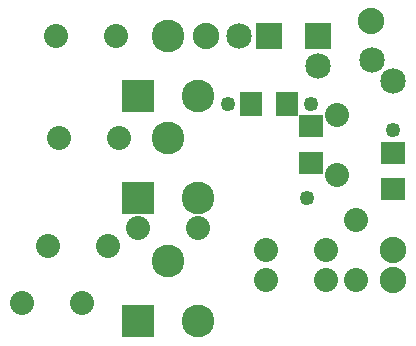
<source format=gbs>
G04 MADE WITH FRITZING*
G04 WWW.FRITZING.ORG*
G04 DOUBLE SIDED*
G04 HOLES PLATED*
G04 CONTOUR ON CENTER OF CONTOUR VECTOR*
%ASAXBY*%
%FSLAX23Y23*%
%MOIN*%
%OFA0B0*%
%SFA1.0B1.0*%
%ADD10C,0.088000*%
%ADD11C,0.080000*%
%ADD12C,0.085000*%
%ADD13C,0.109000*%
%ADD14C,0.049370*%
%ADD15R,0.085000X0.085000*%
%ADD16R,0.109000X0.109000*%
%ADD17R,0.084803X0.072992*%
%ADD18R,0.072992X0.084803*%
%ADD19C,0.030000*%
%LNMASK0*%
G90*
G70*
G54D10*
X1323Y239D03*
X1323Y339D03*
G54D11*
X1198Y439D03*
X1198Y239D03*
X898Y239D03*
X1098Y239D03*
X1098Y339D03*
X898Y339D03*
G54D12*
X1073Y1052D03*
X1073Y952D03*
X911Y1052D03*
X811Y1052D03*
G54D13*
X673Y514D03*
X473Y514D03*
X573Y714D03*
X673Y102D03*
X473Y102D03*
X573Y302D03*
X673Y852D03*
X473Y852D03*
X573Y1052D03*
G54D11*
X198Y1052D03*
X398Y1052D03*
X1136Y589D03*
X1136Y789D03*
X211Y714D03*
X411Y714D03*
X173Y352D03*
X373Y352D03*
X473Y414D03*
X673Y414D03*
X86Y164D03*
X286Y164D03*
G54D12*
X1252Y972D03*
X1323Y902D03*
G54D10*
X1248Y1102D03*
G54D14*
X1048Y827D03*
X773Y827D03*
X1036Y514D03*
X1323Y739D03*
G54D10*
X698Y1052D03*
G54D15*
X1073Y1052D03*
X911Y1052D03*
G54D16*
X473Y514D03*
X473Y102D03*
X473Y852D03*
G54D17*
X1048Y630D03*
X1048Y752D03*
G54D18*
X970Y827D03*
X848Y827D03*
G54D17*
X1323Y542D03*
X1323Y664D03*
G54D19*
G36*
X1291Y972D02*
X1252Y934D01*
X1214Y972D01*
X1252Y1011D01*
X1291Y972D01*
G37*
D02*
G04 End of Mask0*
M02*
</source>
